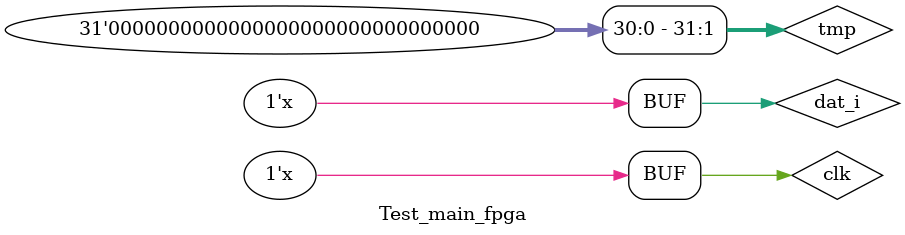
<source format=v>
`timescale 1ns / 1ps


module Test_main_fpga;

	// Inputs
	reg clk;
	reg dat_i;

	// Outputs
	wire sclk;
	wire led1;
	wire led2;
	wire led3;
	wire beep;

	// Instantiate the Unit Under Test (UUT)
	main uut (
		.clk(clk), 
		.dat_i(dat_i), 
		.sclk(sclk), 
		.led1(led1), 
		.led2(led2), 
		.led3(led3),
		.beep(beep)
	);

	//!	Global Clock
	//!	1MHz:1000 1.2MHz: 2MHz:500 5MHz:200 10MHz:100 50MHz:20 
	//!	(1/clock *1,000,000,000)
	parameter STEP = 20;
	parameter STEP_half=10;
	always begin
		#STEP_half;
		clk<=~clk;
	end

	reg [31:0] tmp=0;
	parameter STEP_2M=500;
	always begin
		#STEP_2M;
		tmp<=$random;
		dat_i<=tmp[0];
	end

	initial begin
		// Initialize Inputs
		clk = 0;
		dat_i = 0;

		// Wait 100 ns for global reset to finish
		#100;
        
		// Add stimulus here

	end
      
endmodule


</source>
